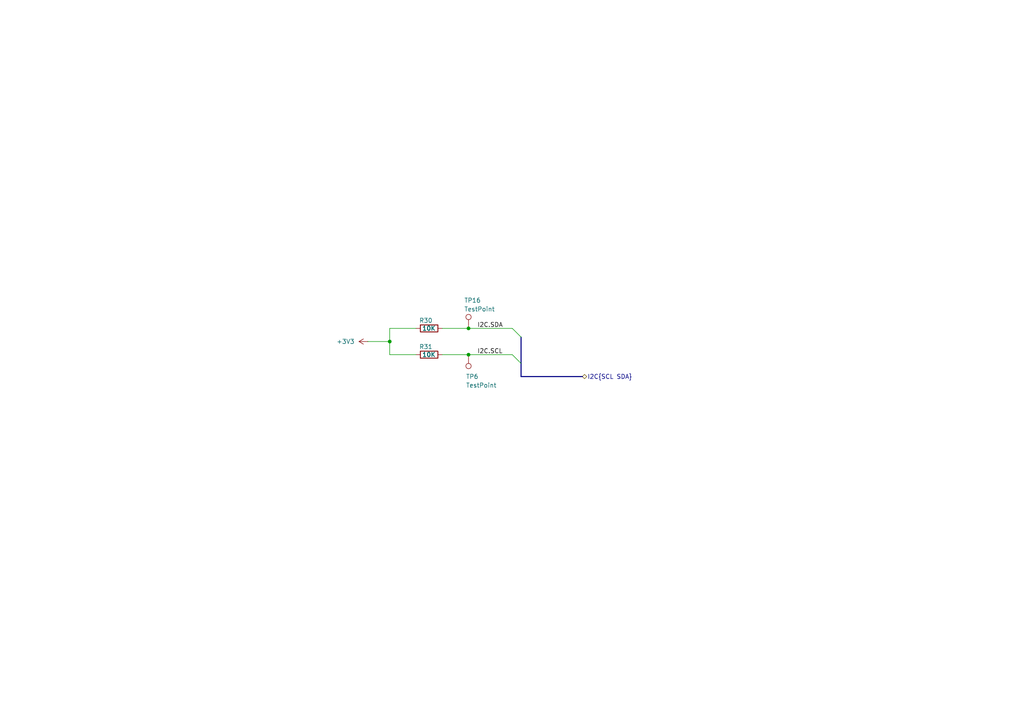
<source format=kicad_sch>
(kicad_sch (version 20231120) (generator "eeschema") (generator_version "8.0")
  (paper "A4")
  (title_block (company "catbranchman") (comment 1 "Electrical Engineering Department") (comment 2 "EE 156 / Stanford University") (comment 3 "Flight Club, W6YX, Endurance"))
  (lib_symbols
    (symbol "Connector:TestPoint" (pin_numbers hide) (pin_names (offset 0.762) hide)
      (property "Reference" "TP" (at 0 6.858 0))
      (property "Value" "TestPoint" (at 0 5.08 0))
      (symbol "TestPoint_0_1"
        (circle (center 0 3.302) (radius 0.762))
      )
      (symbol "TestPoint_1_1"
        (pin passive line (at 0 0 90) (length 2.54) (name "1") (number "1"))
      )
    )
    (symbol "Device:R" (pin_numbers hide) (pin_names (offset 0))
      (property "Reference" "R" (at 2.032 0 90))
      (property "Value" "R" (at 0 0 90))
      (symbol "R_0_1"
        (rectangle (start -1.016 -2.54) (end 1.016 2.54) (stroke (width 0.254)))
      )
      (symbol "R_1_1"
        (pin passive line (at 0 3.81 270) (length 1.27) (name "~") (number "1"))
        (pin passive line (at 0 -3.81 90) (length 1.27) (name "~") (number "2"))
      )
    )
    (symbol "power:+3V3" (power) (pin_numbers hide) (pin_names (offset 0) hide)
      (property "Value" "+3V3" (at 0 3.556 0))
      (symbol "+3V3_0_1"
        (polyline (pts (xy -0.762 1.27) (xy 0 2.54)))
        (polyline (pts (xy 0 0) (xy 0 2.54)))
        (polyline (pts (xy 0 2.54) (xy 0.762 1.27)))
      )
      (symbol "+3V3_1_1"
        (pin power_in line (at 0 0 90) (length 0) (name "~") (number "1"))
      )
    )
  )
  (junction (at 135.89 95.25))
  (junction (at 113.03 99.06))
  (junction (at 135.89 102.87))
  (bus_entry (at 148.59 102.87) (size 2.54 2.54))
  (bus_entry (at 148.59 95.25) (size 2.54 2.54))
  (wire (pts (xy 106.68 99.06) (xy 113.03 99.06)))
  (wire (pts (xy 113.03 99.06) (xy 113.03 102.87)))
  (wire (pts (xy 113.03 102.87) (xy 120.65 102.87)))
  (wire (pts (xy 128.27 95.25) (xy 135.89 95.25)))
  (wire (pts (xy 113.03 95.25) (xy 120.65 95.25)))
  (bus (pts (xy 151.13 109.22) (xy 168.91 109.22)))
  (wire (pts (xy 113.03 95.25) (xy 113.03 99.06)))
  (wire (pts (xy 135.89 102.87) (xy 148.59 102.87)))
  (wire (pts (xy 128.27 102.87) (xy 135.89 102.87)))
  (wire (pts (xy 135.89 95.25) (xy 148.59 95.25)))
  (bus (pts (xy 151.13 97.79) (xy 151.13 105.41)))
  (bus (pts (xy 151.13 105.41) (xy 151.13 109.22)))
  (label "I2C.SCL" (at 138.43 102.87 0))
  (label "I2C.SDA" (at 138.43 95.25 0))
  (hierarchical_label "I2C{SCL SDA}" (shape bidirectional) (at 168.91 109.22 0))
  (symbol (lib_id "Connector:TestPoint") (at 135.89 95.25 0) (unit 1)
    (property "Reference" "TP16" (at 134.62 87.122 0) (effects (justify left)))
    (property "Value" "TestPoint" (at 134.62 89.662 0) (effects (justify left)))
    (property "Footprint" "TestPoint:TestPoint_Loop_D2.50mm_Drill1.0mm" (effects (hide yes)))
    (property "Datasheet" "https://www.keyelco.com/userAssets/file/M65p56.pdf" (effects (hide yes)))
    (property "Description" "test point" (effects (hide yes)))
    (property "Mfr" "Keystone Electronics" (effects (hide yes)))
    (property "Mfr P/N" "5001" (effects (hide yes)))
    (property "Supplier_1" "Digikey" (effects (hide yes)))
    (property "Supplier_1 P/N" "36-5001-ND" (effects (hide yes)))
    (property "Supplier_1 Unit Price" "$0.41000 " (effects (hide yes)))
    (property "Supplier_1 Price @ Qty" "$0.14964 " (effects (hide yes)))
  )
  (symbol (lib_id "Device:R") (at 124.46 102.87 90) (unit 1)
    (property "Reference" "R31" (at 125.476 100.584 90) (effects (justify left)))
    (property "Value" "10K" (at 126.492 102.87 90) (effects (font (thickness 0.254) (bold yes)) (justify left)))
    (property "Footprint" "Resistor_SMD:R_0603_1608Metric" (effects (hide yes)))
    (property "Datasheet" "https://www.seielect.com/catalog/sei-rncp.pdf" (effects (hide yes)))
    (property "Description" "10 kOhms 1% 0.125W, 1/8W Chip Resistor 0603 (1608 Metric) Anti-Sulfur Thin Film" (effects (hide yes)))
    (property "Mfr" "Stackpole Electronics Inc" (effects (hide yes)))
    (property "Mfr P/N" "RNCP0603FTD10K0" (effects (hide yes)))
    (property "Supplier_1" "Digikey" (effects (hide yes)))
    (property "Supplier_1 P/N" "RNCP0603FTD10K0CT-ND" (effects (hide yes)))
    (property "Supplier_1 Unit Price" "0.10" (effects (hide yes)))
    (property "Supplier_1 Price @ Qty" "0.0170" (effects (hide yes)))
  )
  (symbol (lib_id "Device:R") (at 124.46 95.25 90) (unit 1)
    (property "Reference" "R30" (at 125.476 92.964 90) (effects (justify left)))
    (property "Value" "10K" (at 126.492 95.25 90) (effects (font (thickness 0.254) (bold yes)) (justify left)))
    (property "Footprint" "Resistor_SMD:R_0603_1608Metric" (effects (hide yes)))
    (property "Datasheet" "https://www.seielect.com/catalog/sei-rncp.pdf" (effects (hide yes)))
    (property "Description" "10 kOhms 1% 0.125W, 1/8W Chip Resistor 0603 (1608 Metric) Anti-Sulfur Thin Film" (effects (hide yes)))
    (property "Mfr" "Stackpole Electronics Inc" (effects (hide yes)))
    (property "Mfr P/N" "RNCP0603FTD10K0" (effects (hide yes)))
    (property "Supplier_1" "Digikey" (effects (hide yes)))
    (property "Supplier_1 P/N" "RNCP0603FTD10K0CT-ND" (effects (hide yes)))
    (property "Supplier_1 Unit Price" "0.10" (effects (hide yes)))
    (property "Supplier_1 Price @ Qty" "0.0170" (effects (hide yes)))
  )
  (symbol (lib_id "power:+3V3") (at 106.68 99.06 90) (unit 1)
    (property "Reference" "#PWR049" (effects (hide yes)))
    (property "Value" "+3V3" (at 102.87 99.0599 90) (effects (justify left)))
    (property "Description" "Power symbol creates a global label with name \"+3V3\"" (effects (hide yes)))
  )
  (symbol (lib_id "Connector:TestPoint") (at 135.89 102.87 180) (unit 1)
    (property "Reference" "TP6" (at 135.128 109.22 0) (effects (justify right)))
    (property "Value" "TestPoint" (at 135.128 111.76 0) (effects (justify right)))
    (property "Footprint" "TestPoint:TestPoint_Loop_D2.50mm_Drill1.0mm" (effects (hide yes)))
    (property "Datasheet" "https://www.keyelco.com/userAssets/file/M65p56.pdf" (effects (hide yes)))
    (property "Description" "test point" (effects (hide yes)))
    (property "Mfr" "Keystone Electronics" (effects (hide yes)))
    (property "Mfr P/N" "5001" (effects (hide yes)))
    (property "Supplier_1" "Digikey" (effects (hide yes)))
    (property "Supplier_1 P/N" "36-5001-ND" (effects (hide yes)))
    (property "Supplier_1 Unit Price" "$0.41000 " (effects (hide yes)))
    (property "Supplier_1 Price @ Qty" "$0.14964 " (effects (hide yes)))
  )
)
</source>
